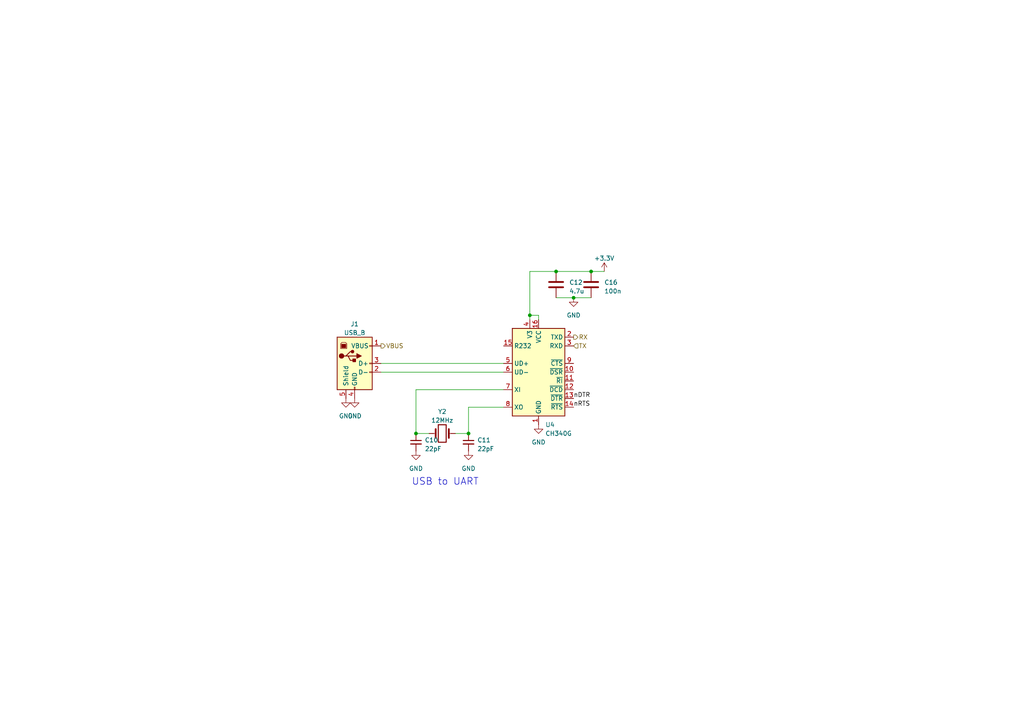
<source format=kicad_sch>
(kicad_sch (version 20230121) (generator eeschema)
  (paper "A4")
  (lib_symbols
    (symbol "Connector:USB_B" (pin_names (offset 1.016))
      (property "Reference" "J" (at -5.08 11.43 0))
      (property "Value" "USB_B" (at -5.08 8.89 0))
      (symbol "USB_B_0_1"
        (rectangle (start -5.08 -7.62) (end 5.08 7.62) (stroke (width 0.254)) (fill (type background)))
        (circle (center -3.81 2.159) (radius 0.635) (stroke (width 0.254)) (fill (type outline)))
        (rectangle (start -3.81 5.588) (end -2.54 4.572) (fill (type outline)))
        (circle (center -0.635 3.429) (radius 0.381) (stroke (width 0.254)) (fill (type outline)))
        (rectangle (start -0.127 -7.62) (end 0.127 -6.858))
        (polyline (pts (xy -1.905 2.159) (xy 0.635 2.159)) (stroke (width 0.254)))
        (polyline (pts (xy -3.175 2.159) (xy -2.54 2.159) (xy -1.27 3.429) (xy -0.635 3.429)) (stroke (width 0.254)))
        (polyline (pts (xy -2.54 2.159) (xy -1.905 2.159) (xy -1.27 0.889) (xy 0 0.889)) (stroke (width 0.254)))
        (polyline (pts (xy 0.635 2.794) (xy 0.635 1.524) (xy 1.905 2.159) (xy 0.635 2.794)) (stroke (width 0.254)) (fill (type outline)))
        (polyline (pts (xy -4.064 4.318) (xy -2.286 4.318) (xy -2.286 5.715) (xy -2.667 6.096) (xy -3.683 6.096) (xy -4.064 5.715) (xy -4.064 4.318)))
        (rectangle (start 0.254 1.27) (end -0.508 0.508) (stroke (width 0.254)) (fill (type outline)))
        (rectangle (start 5.08 -2.667) (end 4.318 -2.413))
        (rectangle (start 5.08 -0.127) (end 4.318 0.127))
        (rectangle (start 5.08 4.953) (end 4.318 5.207))
      )
      (symbol "USB_B_1_1"
        (pin power_out line (at 7.62 5.08 180) (length 2.54) (name "VBUS") (number "1"))
        (pin bidirectional line (at 7.62 -2.54 180) (length 2.54) (name "D-") (number "2"))
        (pin bidirectional line (at 7.62 0 180) (length 2.54) (name "D+") (number "3"))
        (pin power_out line (at 0 -10.16 90) (length 2.54) (name "GND") (number "4"))
        (pin passive line (at -2.54 -10.16 90) (length 2.54) (name "Shield") (number "5"))
      )
    )
    (symbol "Device:C" (pin_numbers hide) (pin_names (offset 0.254))
      (property "Reference" "C" (at 0.635 2.54 0))
      (property "Value" "C" (at 0.635 -2.54 0))
      (symbol "C_0_1"
        (polyline (pts (xy -2.032 -0.762) (xy 2.032 -0.762)) (stroke (width 0.508)))
        (polyline (pts (xy -2.032 0.762) (xy 2.032 0.762)) (stroke (width 0.508)))
      )
      (symbol "C_1_1"
        (pin passive line (at 0 3.81 270) (length 2.794) (name "~") (number "1"))
        (pin passive line (at 0 -3.81 90) (length 2.794) (name "~") (number "2"))
      )
    )
    (symbol "Device:C_Small" (pin_numbers hide) (pin_names (offset 0.254) hide)
      (property "Reference" "C" (at 0.254 1.778 0))
      (property "Value" "C_Small" (at 0.254 -2.032 0))
      (symbol "C_Small_0_1"
        (polyline (pts (xy -1.524 -0.508) (xy 1.524 -0.508)) (stroke (width 0.3302)))
        (polyline (pts (xy -1.524 0.508) (xy 1.524 0.508)) (stroke (width 0.3048)))
      )
      (symbol "C_Small_1_1"
        (pin passive line (at 0 2.54 270) (length 2.032) (name "~") (number "1"))
        (pin passive line (at 0 -2.54 90) (length 2.032) (name "~") (number "2"))
      )
    )
    (symbol "Device:Crystal" (pin_numbers hide) (pin_names (offset 1.016) hide)
      (property "Reference" "Y" (at 0 3.81 0))
      (property "Value" "Crystal" (at 0 -3.81 0))
      (symbol "Crystal_0_1"
        (rectangle (start -1.143 2.54) (end 1.143 -2.54) (stroke (width 0.3048)))
        (polyline (pts (xy -2.54 0) (xy -1.905 0)))
        (polyline (pts (xy -1.905 -1.27) (xy -1.905 1.27)) (stroke (width 0.508)))
        (polyline (pts (xy 1.905 -1.27) (xy 1.905 1.27)) (stroke (width 0.508)))
        (polyline (pts (xy 2.54 0) (xy 1.905 0)))
      )
      (symbol "Crystal_1_1"
        (pin passive line (at -3.81 0 0) (length 1.27) (name "1") (number "1"))
        (pin passive line (at 3.81 0 180) (length 1.27) (name "2") (number "2"))
      )
    )
    (symbol "Interface_USB:CH340G"
      (property "Reference" "U" (at -5.08 13.97 0))
      (property "Value" "CH340G" (at 1.27 13.97 0))
      (symbol "CH340G_0_1"
        (rectangle (start -7.62 12.7) (end 7.62 -12.7) (stroke (width 0.254)) (fill (type background)))
      )
      (symbol "CH340G_1_1"
        (pin power_in line (at 0 -15.24 90) (length 2.54) (name "GND") (number "1"))
        (pin input line (at 10.16 0 180) (length 2.54) (name "~{DSR}") (number "10"))
        (pin input line (at 10.16 -2.54 180) (length 2.54) (name "~{RI}") (number "11"))
        (pin input line (at 10.16 -5.08 180) (length 2.54) (name "~{DCD}") (number "12"))
        (pin output line (at 10.16 -7.62 180) (length 2.54) (name "~{DTR}") (number "13"))
        (pin output line (at 10.16 -10.16 180) (length 2.54) (name "~{RTS}") (number "14"))
        (pin input line (at -10.16 7.62 0) (length 2.54) (name "R232") (number "15"))
        (pin power_in line (at 0 15.24 270) (length 2.54) (name "VCC") (number "16"))
        (pin output line (at 10.16 10.16 180) (length 2.54) (name "TXD") (number "2"))
        (pin input line (at 10.16 7.62 180) (length 2.54) (name "RXD") (number "3"))
        (pin passive line (at -2.54 15.24 270) (length 2.54) (name "V3") (number "4"))
        (pin bidirectional line (at -10.16 2.54 0) (length 2.54) (name "UD+") (number "5"))
        (pin bidirectional line (at -10.16 0 0) (length 2.54) (name "UD-") (number "6"))
        (pin input line (at -10.16 -5.08 0) (length 2.54) (name "XI") (number "7"))
        (pin output line (at -10.16 -10.16 0) (length 2.54) (name "XO") (number "8"))
        (pin input line (at 10.16 2.54 180) (length 2.54) (name "~{CTS}") (number "9"))
      )
    )
    (symbol "power:+3.3V" (power) (pin_names (offset 0))
      (property "Value" "+3.3V" (at 0 3.556 0))
      (symbol "+3.3V_0_1"
        (polyline (pts (xy -0.762 1.27) (xy 0 2.54)))
        (polyline (pts (xy 0 0) (xy 0 2.54)))
        (polyline (pts (xy 0 2.54) (xy 0.762 1.27)))
      )
      (symbol "+3.3V_1_1"
        (pin power_in line (at 0 0 90) (length 0) hide (name "+3.3V") (number "1"))
      )
    )
    (symbol "power:GND" (power) (pin_names (offset 0))
      (property "Value" "GND" (at 0 -3.81 0))
      (symbol "GND_0_1"
        (polyline (pts (xy 0 0) (xy 0 -1.27) (xy 1.27 -1.27) (xy 0 -2.54) (xy -1.27 -1.27) (xy 0 -1.27)))
      )
      (symbol "GND_1_1"
        (pin power_in line (at 0 0 270) (length 0) hide (name "GND") (number "1"))
      )
    )
  )
  (junction (at 153.67 91.44))
  (junction (at 135.89 125.73))
  (junction (at 171.45 78.74))
  (junction (at 161.29 78.74))
  (junction (at 120.65 125.73))
  (junction (at 166.37 86.36))
  (wire (pts (xy 120.65 113.03) (xy 120.65 125.73)))
  (wire (pts (xy 135.89 118.11) (xy 146.05 118.11)))
  (wire (pts (xy 146.05 113.03) (xy 120.65 113.03)))
  (wire (pts (xy 135.89 125.73) (xy 135.89 118.11)))
  (wire (pts (xy 175.26 78.74) (xy 171.45 78.74)))
  (wire (pts (xy 120.65 125.73) (xy 124.46 125.73)))
  (wire (pts (xy 110.49 105.41) (xy 146.05 105.41)))
  (wire (pts (xy 110.49 107.95) (xy 146.05 107.95)))
  (wire (pts (xy 135.89 125.73) (xy 132.08 125.73)))
  (wire (pts (xy 153.67 91.44) (xy 156.21 91.44)))
  (wire (pts (xy 166.37 86.36) (xy 171.45 86.36)))
  (wire (pts (xy 156.21 91.44) (xy 156.21 92.71)))
  (wire (pts (xy 153.67 91.44) (xy 153.67 92.71)))
  (wire (pts (xy 153.67 78.74) (xy 161.29 78.74)))
  (wire (pts (xy 171.45 78.74) (xy 161.29 78.74)))
  (wire (pts (xy 153.67 78.74) (xy 153.67 91.44)))
  (wire (pts (xy 161.29 86.36) (xy 166.37 86.36)))
  (text "USB to UART" (at 119.38 140.97 0) (effects (font (size 2 2)) (justify left bottom)))
  (label "nRTS" (at 166.37 118.11 0))
  (label "nDTR" (at 166.37 115.57 0))
  (hierarchical_label "TX" (shape input) (at 166.37 100.33 0))
  (hierarchical_label "RX" (shape output) (at 166.37 97.79 0))
  (hierarchical_label "VBUS" (shape output) (at 110.49 100.33 0))
  (symbol (lib_id "power:GND") (at 102.87 115.57 0) (unit 1)
    (property "Reference" "#PWR069" (effects hide))
    (property "Value" "GND" (at 102.87 120.65 0))
    (instances (project "armatron_control_panel" (path "" (reference "#PWR069") (unit 1)) (path "" (reference "#PWR016") (unit 1))))
  )
  (symbol (lib_id "Interface_USB:CH340G") (at 156.21 107.95 0) (unit 1)
    (property "Reference" "U4" (at 158.1659 123.19 0) (effects (justify left)))
    (property "Value" "CH340G" (at 158.1659 125.73 0) (effects (justify left)))
    (property "Footprint" "Package_SO:SOIC-16_3.9x9.9mm_P1.27mm" (effects hide))
    (property "Datasheet" "http://www.datasheet5.com/pdf-local-2195953" (effects hide))
    (instances (project "armatron_control_panel" (path "" (reference "U4") (unit 1)) (path "" (reference "U4") (unit 1)) (path "" (reference "U5") (unit 1))) (project "armatron_power_board" (path "" (reference "U5") (unit 1))))
  )
  (symbol (lib_id "Device:C") (at 171.45 82.55 0) (unit 1)
    (property "Reference" "C16" (at 175.26 81.915 0) (effects (justify left)))
    (property "Value" "100n" (at 175.26 84.455 0) (effects (justify left)))
    (property "Footprint" "Capacitor_SMD:C_0805_2012Metric_Pad1.18x1.45mm_HandSolder" (effects hide))
    (instances (project "armatron_control_panel" (path "" (reference "C16") (unit 1)) (path "" (reference "C19") (unit 1))) (project "armatron_power_board" (path "" (reference "C7") (unit 1))))
  )
  (symbol (lib_id "power:GND") (at 156.21 123.19 0) (unit 1)
    (property "Reference" "#PWR062" (effects hide))
    (property "Value" "GND" (at 156.21 128.27 0))
    (instances (project "armatron_control_panel" (path "" (reference "#PWR062") (unit 1)) (path "" (reference "#PWR061") (unit 1)) (path "" (reference "#PWR019") (unit 1))) (project "armatron_power_board" (path "" (reference "#PWR048") (unit 1))))
  )
  (symbol (lib_id "Device:C_Small") (at 120.65 128.27 0) (unit 1)
    (property "Reference" "C10" (at 123.19 127.6413 0) (effects (justify left)))
    (property "Value" "22pF" (at 123.19 130.1813 0) (effects (justify left)))
    (property "Footprint" "Capacitor_SMD:C_0805_2012Metric_Pad1.18x1.45mm_HandSolder" (effects hide))
    (instances (project "armatron_control_panel" (path "" (reference "C10") (unit 1)) (path "" (reference "C10") (unit 1)) (path "" (reference "C13") (unit 1))) (project "armatron_power_board" (path "" (reference "C9") (unit 1))))
  )
  (symbol (lib_id "power:+3.3V") (at 175.26 78.74 0) (unit 1)
    (property "Reference" "#PWR072" (effects hide))
    (property "Value" "+3.3V" (at 175.26 74.93 0))
    (instances (project "armatron_control_panel" (path "" (reference "#PWR072") (unit 1)) (path "" (reference "#PWR024") (unit 1))))
  )
  (symbol (lib_id "Device:C") (at 161.29 82.55 0) (unit 1)
    (property "Reference" "C12" (at 165.1 81.915 0) (effects (justify left)))
    (property "Value" "4.7u" (at 165.1 84.455 0) (effects (justify left)))
    (property "Footprint" "Capacitor_SMD:C_0805_2012Metric_Pad1.18x1.45mm_HandSolder" (effects hide))
    (instances (project "armatron_control_panel" (path "" (reference "C12") (unit 1)) (path "" (reference "C12") (unit 1)) (path "" (reference "C15") (unit 1))) (project "armatron_power_board" (path "" (reference "C6") (unit 1))))
  )
  (symbol (lib_id "power:GND") (at 100.33 115.57 0) (unit 1)
    (property "Reference" "#PWR068" (effects hide))
    (property "Value" "GND" (at 100.33 120.65 0))
    (instances (project "armatron_control_panel" (path "" (reference "#PWR068") (unit 1)) (path "" (reference "#PWR015") (unit 1))))
  )
  (symbol (lib_id "Device:C_Small") (at 135.89 128.27 0) (unit 1)
    (property "Reference" "C11" (at 138.43 127.6413 0) (effects (justify left)))
    (property "Value" "22pF" (at 138.43 130.1813 0) (effects (justify left)))
    (property "Footprint" "Capacitor_SMD:C_0805_2012Metric_Pad1.18x1.45mm_HandSolder" (effects hide))
    (instances (project "armatron_control_panel" (path "" (reference "C11") (unit 1)) (path "" (reference "C11") (unit 1)) (path "" (reference "C14") (unit 1))) (project "armatron_power_board" (path "" (reference "C10") (unit 1))))
  )
  (symbol (lib_id "Connector:USB_B") (at 102.87 105.41 0) (unit 1)
    (property "Reference" "J1" (at 102.87 93.98 0))
    (property "Value" "USB_B" (at 102.87 96.52 0))
    (property "Footprint" "SamacSys_Parts:USB1030GFPBB" (effects hide))
    (property "Datasheet" " ~" (effects hide))
    (instances (project "armatron_control_panel" (path "" (reference "J1") (unit 1)) (path "" (reference "J4") (unit 1))) (project "armatron_power_board" (path "" (reference "J18") (unit 1))))
  )
  (symbol (lib_id "power:GND") (at 135.89 130.81 0) (unit 1)
    (property "Reference" "#PWR071" (effects hide))
    (property "Value" "GND" (at 135.89 135.89 0))
    (instances (project "armatron_control_panel" (path "" (reference "#PWR071") (unit 1)) (path "" (reference "#PWR018") (unit 1))))
  )
  (symbol (lib_id "power:GND") (at 120.65 130.81 0) (unit 1)
    (property "Reference" "#PWR070" (effects hide))
    (property "Value" "GND" (at 120.65 135.89 0))
    (instances (project "armatron_control_panel" (path "" (reference "#PWR070") (unit 1)) (path "" (reference "#PWR017") (unit 1))))
  )
  (symbol (lib_id "Device:Crystal") (at 128.27 125.73 0) (unit 1)
    (property "Reference" "Y2" (at 128.27 119.38 0))
    (property "Value" "12MHz" (at 128.27 121.92 0))
    (property "Footprint" "Crystal:Crystal_SMD_5032-2Pin_5.0x3.2mm_HandSoldering" (effects hide))
    (instances (project "armatron_control_panel" (path "" (reference "Y2") (unit 1)) (path "" (reference "Y2") (unit 1)) (path "" (reference "Y3") (unit 1))) (project "armatron_power_board" (path "" (reference "Y1") (unit 1))))
  )
  (symbol (lib_id "power:GND") (at 166.37 86.36 0) (unit 1)
    (property "Reference" "#PWR061" (effects hide))
    (property "Value" "GND" (at 166.37 91.44 0))
    (instances (project "armatron_control_panel" (path "" (reference "#PWR061") (unit 1)) (path "" (reference "#PWR063") (unit 1)) (path "" (reference "#PWR020") (unit 1))) (project "armatron_power_board" (path "" (reference "#PWR047") (unit 1))))
  )
)
</source>
